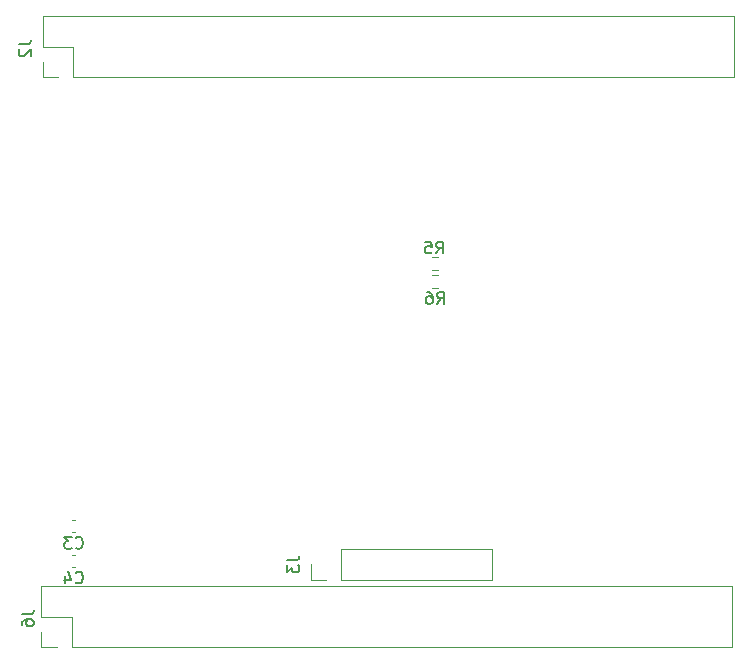
<source format=gbr>
%TF.GenerationSoftware,KiCad,Pcbnew,(5.1.12)-1*%
%TF.CreationDate,2023-08-18T20:52:49-06:00*%
%TF.ProjectId,X,582e6b69-6361-4645-9f70-636258585858,rev?*%
%TF.SameCoordinates,Original*%
%TF.FileFunction,Legend,Bot*%
%TF.FilePolarity,Positive*%
%FSLAX46Y46*%
G04 Gerber Fmt 4.6, Leading zero omitted, Abs format (unit mm)*
G04 Created by KiCad (PCBNEW (5.1.12)-1) date 2023-08-18 20:52:49*
%MOMM*%
%LPD*%
G01*
G04 APERTURE LIST*
%ADD10C,0.120000*%
%ADD11C,0.150000*%
G04 APERTURE END LIST*
D10*
%TO.C,C3*%
X122434133Y-120749600D02*
X122726667Y-120749600D01*
X122434133Y-121769600D02*
X122726667Y-121769600D01*
%TO.C,J3*%
X145262600Y-123130000D02*
X145262600Y-125790000D01*
X145262600Y-123130000D02*
X158022600Y-123130000D01*
X158022600Y-123130000D02*
X158022600Y-125790000D01*
X145262600Y-125790000D02*
X158022600Y-125790000D01*
X142662600Y-125790000D02*
X143992600Y-125790000D01*
X142662600Y-124460000D02*
X142662600Y-125790000D01*
%TO.C,J6*%
X119828000Y-131505000D02*
X121158000Y-131505000D01*
X119828000Y-128905000D02*
X122428000Y-128905000D01*
X119828000Y-130175000D02*
X119828000Y-131505000D01*
X122428000Y-131505000D02*
X178368000Y-131505000D01*
X178368000Y-126305000D02*
X178368000Y-131505000D01*
X119828000Y-126305000D02*
X119828000Y-128905000D01*
X122428000Y-128905000D02*
X122428000Y-131505000D01*
X119828000Y-126305000D02*
X178368000Y-126305000D01*
%TO.C,J2*%
X119955000Y-83245000D02*
X121285000Y-83245000D01*
X119955000Y-80645000D02*
X122555000Y-80645000D01*
X119955000Y-81915000D02*
X119955000Y-83245000D01*
X122555000Y-83245000D02*
X178495000Y-83245000D01*
X178495000Y-78045000D02*
X178495000Y-83245000D01*
X119955000Y-78045000D02*
X119955000Y-80645000D01*
X122555000Y-80645000D02*
X122555000Y-83245000D01*
X119955000Y-78045000D02*
X178495000Y-78045000D01*
%TO.C,C4*%
X122434133Y-124716000D02*
X122726667Y-124716000D01*
X122434133Y-123696000D02*
X122726667Y-123696000D01*
%TO.C,R5*%
X152932676Y-99531700D02*
X153442124Y-99531700D01*
X152932676Y-98486700D02*
X153442124Y-98486700D01*
%TO.C,R6*%
X153442124Y-101030300D02*
X152932676Y-101030300D01*
X153442124Y-99985300D02*
X152932676Y-99985300D01*
%TO.C,C3*%
D11*
X122747066Y-123046742D02*
X122794685Y-123094361D01*
X122937542Y-123141980D01*
X123032780Y-123141980D01*
X123175638Y-123094361D01*
X123270876Y-122999123D01*
X123318495Y-122903885D01*
X123366114Y-122713409D01*
X123366114Y-122570552D01*
X123318495Y-122380076D01*
X123270876Y-122284838D01*
X123175638Y-122189600D01*
X123032780Y-122141980D01*
X122937542Y-122141980D01*
X122794685Y-122189600D01*
X122747066Y-122237219D01*
X122413733Y-122141980D02*
X121794685Y-122141980D01*
X122128019Y-122522933D01*
X121985161Y-122522933D01*
X121889923Y-122570552D01*
X121842304Y-122618171D01*
X121794685Y-122713409D01*
X121794685Y-122951504D01*
X121842304Y-123046742D01*
X121889923Y-123094361D01*
X121985161Y-123141980D01*
X122270876Y-123141980D01*
X122366114Y-123094361D01*
X122413733Y-123046742D01*
%TO.C,J3*%
X140674980Y-124126666D02*
X141389266Y-124126666D01*
X141532123Y-124079047D01*
X141627361Y-123983809D01*
X141674980Y-123840952D01*
X141674980Y-123745714D01*
X140674980Y-124507619D02*
X140674980Y-125126666D01*
X141055933Y-124793333D01*
X141055933Y-124936190D01*
X141103552Y-125031428D01*
X141151171Y-125079047D01*
X141246409Y-125126666D01*
X141484504Y-125126666D01*
X141579742Y-125079047D01*
X141627361Y-125031428D01*
X141674980Y-124936190D01*
X141674980Y-124650476D01*
X141627361Y-124555238D01*
X141579742Y-124507619D01*
%TO.C,J6*%
X118197380Y-128698666D02*
X118911666Y-128698666D01*
X119054523Y-128651047D01*
X119149761Y-128555809D01*
X119197380Y-128412952D01*
X119197380Y-128317714D01*
X118197380Y-129603428D02*
X118197380Y-129412952D01*
X118245000Y-129317714D01*
X118292619Y-129270095D01*
X118435476Y-129174857D01*
X118625952Y-129127238D01*
X119006904Y-129127238D01*
X119102142Y-129174857D01*
X119149761Y-129222476D01*
X119197380Y-129317714D01*
X119197380Y-129508190D01*
X119149761Y-129603428D01*
X119102142Y-129651047D01*
X119006904Y-129698666D01*
X118768809Y-129698666D01*
X118673571Y-129651047D01*
X118625952Y-129603428D01*
X118578333Y-129508190D01*
X118578333Y-129317714D01*
X118625952Y-129222476D01*
X118673571Y-129174857D01*
X118768809Y-129127238D01*
%TO.C,J2*%
X117943380Y-80438666D02*
X118657666Y-80438666D01*
X118800523Y-80391047D01*
X118895761Y-80295809D01*
X118943380Y-80152952D01*
X118943380Y-80057714D01*
X118038619Y-80867238D02*
X117991000Y-80914857D01*
X117943380Y-81010095D01*
X117943380Y-81248190D01*
X117991000Y-81343428D01*
X118038619Y-81391047D01*
X118133857Y-81438666D01*
X118229095Y-81438666D01*
X118371952Y-81391047D01*
X118943380Y-80819619D01*
X118943380Y-81438666D01*
%TO.C,C4*%
X122747066Y-125993142D02*
X122794685Y-126040761D01*
X122937542Y-126088380D01*
X123032780Y-126088380D01*
X123175638Y-126040761D01*
X123270876Y-125945523D01*
X123318495Y-125850285D01*
X123366114Y-125659809D01*
X123366114Y-125516952D01*
X123318495Y-125326476D01*
X123270876Y-125231238D01*
X123175638Y-125136000D01*
X123032780Y-125088380D01*
X122937542Y-125088380D01*
X122794685Y-125136000D01*
X122747066Y-125183619D01*
X121889923Y-125421714D02*
X121889923Y-126088380D01*
X122128019Y-125040761D02*
X122366114Y-125755047D01*
X121747066Y-125755047D01*
%TO.C,R5*%
X153277866Y-98140780D02*
X153611200Y-97664590D01*
X153849295Y-98140780D02*
X153849295Y-97140780D01*
X153468342Y-97140780D01*
X153373104Y-97188400D01*
X153325485Y-97236019D01*
X153277866Y-97331257D01*
X153277866Y-97474114D01*
X153325485Y-97569352D01*
X153373104Y-97616971D01*
X153468342Y-97664590D01*
X153849295Y-97664590D01*
X152373104Y-97140780D02*
X152849295Y-97140780D01*
X152896914Y-97616971D01*
X152849295Y-97569352D01*
X152754057Y-97521733D01*
X152515961Y-97521733D01*
X152420723Y-97569352D01*
X152373104Y-97616971D01*
X152325485Y-97712209D01*
X152325485Y-97950304D01*
X152373104Y-98045542D01*
X152420723Y-98093161D01*
X152515961Y-98140780D01*
X152754057Y-98140780D01*
X152849295Y-98093161D01*
X152896914Y-98045542D01*
%TO.C,R6*%
X153354066Y-102407980D02*
X153687400Y-101931790D01*
X153925495Y-102407980D02*
X153925495Y-101407980D01*
X153544542Y-101407980D01*
X153449304Y-101455600D01*
X153401685Y-101503219D01*
X153354066Y-101598457D01*
X153354066Y-101741314D01*
X153401685Y-101836552D01*
X153449304Y-101884171D01*
X153544542Y-101931790D01*
X153925495Y-101931790D01*
X152496923Y-101407980D02*
X152687400Y-101407980D01*
X152782638Y-101455600D01*
X152830257Y-101503219D01*
X152925495Y-101646076D01*
X152973114Y-101836552D01*
X152973114Y-102217504D01*
X152925495Y-102312742D01*
X152877876Y-102360361D01*
X152782638Y-102407980D01*
X152592161Y-102407980D01*
X152496923Y-102360361D01*
X152449304Y-102312742D01*
X152401685Y-102217504D01*
X152401685Y-101979409D01*
X152449304Y-101884171D01*
X152496923Y-101836552D01*
X152592161Y-101788933D01*
X152782638Y-101788933D01*
X152877876Y-101836552D01*
X152925495Y-101884171D01*
X152973114Y-101979409D01*
%TD*%
M02*

</source>
